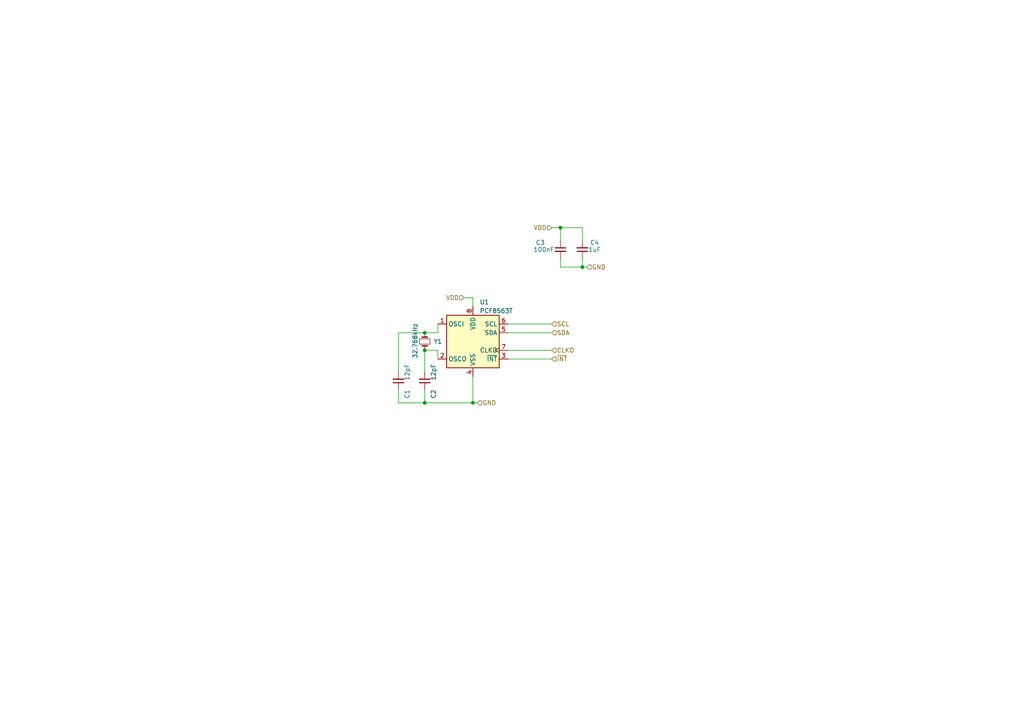
<source format=kicad_sch>
(kicad_sch (version 20231120) (generator "eeschema") (generator_version "8.0")
  (paper "A4")
  (lib_symbols
    (symbol "Device:C_Small" (pin_numbers hide) (pin_names (offset 0.254) hide)
      (property "Reference" "C" (at 0.254 1.778 0))
      (property "Value" "C_Small" (at 0.254 -2.032 0))
      (symbol "C_Small_0_1"
        (polyline (pts (xy -1.524 -0.508) (xy 1.524 -0.508)) (stroke (width 0.3302)))
        (polyline (pts (xy -1.524 0.508) (xy 1.524 0.508)) (stroke (width 0.3048)))
      )
      (symbol "C_Small_1_1"
        (pin passive line (at 0 2.54 270) (length 2.032) (name "~") (number "1"))
        (pin passive line (at 0 -2.54 90) (length 2.032) (name "~") (number "2"))
      )
    )
    (symbol "Device:Crystal_Small" (pin_numbers hide) (pin_names (offset 1.016) hide)
      (property "Reference" "Y" (at 0 2.54 0))
      (property "Value" "Crystal_Small" (at 0 -2.54 0))
      (symbol "Crystal_Small_0_1"
        (rectangle (start -0.762 -1.524) (end 0.762 1.524))
        (polyline (pts (xy -1.27 -0.762) (xy -1.27 0.762)) (stroke (width 0.381)))
        (polyline (pts (xy 1.27 -0.762) (xy 1.27 0.762)) (stroke (width 0.381)))
      )
      (symbol "Crystal_Small_1_1"
        (pin passive line (at -2.54 0 0) (length 1.27) (name "1") (number "1"))
        (pin passive line (at 2.54 0 180) (length 1.27) (name "2") (number "2"))
      )
    )
    (symbol "Timer_RTC:PCF8563T"
      (property "Reference" "U" (at -7.62 8.89 0))
      (property "Value" "PCF8563T" (at 2.54 8.89 0))
      (symbol "PCF8563T_0_1"
        (rectangle (start -7.62 7.62) (end 7.62 -7.62) (stroke (width 0.254)) (fill (type background)))
      )
      (symbol "PCF8563T_1_1"
        (pin input line (at -10.16 5.08 0) (length 2.54) (name "OSCI") (number "1"))
        (pin output line (at -10.16 -5.08 0) (length 2.54) (name "OSCO") (number "2"))
        (pin output line (at 10.16 -5.08 180) (length 2.54) (name "~{INT}") (number "3"))
        (pin power_in line (at 0 -10.16 90) (length 2.54) (name "VSS") (number "4"))
        (pin bidirectional line (at 10.16 2.54 180) (length 2.54) (name "SDA") (number "5"))
        (pin input line (at 10.16 5.08 180) (length 2.54) (name "SCL") (number "6"))
        (pin output clock (at 10.16 -2.54 180) (length 2.54) (name "CLKO") (number "7"))
        (pin power_in line (at 0 10.16 270) (length 2.54) (name "VDD") (number "8"))
      )
    )
  )
  (junction (at 137.16 116.84))
  (junction (at 168.91 77.47))
  (junction (at 162.56 66.04))
  (junction (at 123.19 116.84))
  (junction (at 123.19 96.52))
  (junction (at 123.19 101.6))
  (wire (pts (xy 162.56 77.47) (xy 168.91 77.47)))
  (wire (pts (xy 123.19 101.6) (xy 123.19 107.95)))
  (wire (pts (xy 170.18 77.47) (xy 168.91 77.47)))
  (wire (pts (xy 162.56 66.04) (xy 162.56 69.85)))
  (wire (pts (xy 162.56 66.04) (xy 168.91 66.04)))
  (wire (pts (xy 123.19 113.03) (xy 123.19 116.84)))
  (wire (pts (xy 127 96.52) (xy 123.19 96.52)))
  (wire (pts (xy 134.62 86.36) (xy 137.16 86.36)))
  (wire (pts (xy 147.32 96.52) (xy 160.02 96.52)))
  (wire (pts (xy 137.16 116.84) (xy 137.16 109.22)))
  (wire (pts (xy 147.32 93.98) (xy 160.02 93.98)))
  (wire (pts (xy 115.57 96.52) (xy 115.57 107.95)))
  (wire (pts (xy 127 101.6) (xy 127 104.14)))
  (wire (pts (xy 160.02 104.14) (xy 147.32 104.14)))
  (wire (pts (xy 127 93.98) (xy 127 96.52)))
  (wire (pts (xy 138.43 116.84) (xy 137.16 116.84)))
  (wire (pts (xy 123.19 116.84) (xy 115.57 116.84)))
  (wire (pts (xy 137.16 116.84) (xy 123.19 116.84)))
  (wire (pts (xy 115.57 113.03) (xy 115.57 116.84)))
  (wire (pts (xy 147.32 101.6) (xy 160.02 101.6)))
  (wire (pts (xy 168.91 66.04) (xy 168.91 69.85)))
  (wire (pts (xy 160.02 66.04) (xy 162.56 66.04)))
  (wire (pts (xy 162.56 77.47) (xy 162.56 74.93)))
  (wire (pts (xy 127 101.6) (xy 123.19 101.6)))
  (wire (pts (xy 137.16 86.36) (xy 137.16 88.9)))
  (wire (pts (xy 168.91 77.47) (xy 168.91 74.93)))
  (wire (pts (xy 115.57 96.52) (xy 123.19 96.52)))
  (hierarchical_label "SDA" (shape input) (at 160.02 96.52 0))
  (hierarchical_label "CLKO" (shape input) (at 160.02 101.6 0))
  (hierarchical_label "VDD" (shape input) (at 160.02 66.04 180))
  (hierarchical_label "GND" (shape input) (at 170.18 77.47 0))
  (hierarchical_label "SCL" (shape input) (at 160.02 93.98 0))
  (hierarchical_label "GND" (shape input) (at 138.43 116.84 0))
  (hierarchical_label "VDD" (shape input) (at 134.62 86.36 180))
  (hierarchical_label "~{INT}" (shape input) (at 160.02 104.14 0))
  (symbol (lib_id "Device:C_Small") (at 123.19 110.49 0) (mirror x) (unit 1)
    (property "Reference" "C2" (at 125.73 114.3 90))
    (property "Value" "12pF" (at 125.73 107.95 90))
    (property "Footprint" "Capacitor_SMD:C_0402_1005Metric" (effects (hide yes)))
    (property "lcsc" "C1547" (effects (hide yes)))
  )
  (symbol (lib_id "Timer_RTC:PCF8563T") (at 137.16 99.06 0) (unit 1)
    (property "Reference" "U1" (at 139.1159 87.63 0) (effects (justify left)))
    (property "Value" "PCF8563T" (at 139.1159 90.17 0) (effects (justify left)))
    (property "Footprint" "Package_SO:SOIC-8_3.9x4.9mm_P1.27mm" (effects (hide yes)))
    (property "Datasheet" "https://www.nxp.com/docs/en/data-sheet/PCF8563.pdf" (effects (hide yes)))
    (property "lcsc" "C7440" (effects (hide yes)))
    (property "MFR" "PCF8563T/5,518" (effects (hide yes)))
  )
  (symbol (lib_id "Device:Crystal_Small") (at 123.19 99.06 270) (mirror x) (unit 1)
    (property "Reference" "Y1" (at 128.27 99.06 90) (effects (justify right)))
    (property "Value" "32.768kHz" (at 120.396 93.726 0) (effects (justify right)))
    (property "Footprint" "Crystal:Crystal_SMD_3215-2Pin_3.2x1.5mm" (effects (hide yes)))
    (property "lcsc" "C841881" (effects (hide yes)))
    (property "MFR" "Q13FC13500005" (effects (hide yes)))
  )
  (symbol (lib_id "Device:C_Small") (at 115.57 110.49 0) (mirror x) (unit 1)
    (property "Reference" "C1" (at 118.11 114.3 90))
    (property "Value" "12pF" (at 118.11 107.95 90))
    (property "Footprint" "Capacitor_SMD:C_0402_1005Metric" (effects (hide yes)))
    (property "lcsc" "C1547" (effects (hide yes)))
  )
  (symbol (lib_id "Device:C_Small") (at 168.91 72.39 0) (mirror x) (unit 1)
    (property "Reference" "C4" (at 172.466 70.358 0))
    (property "Value" "1uF" (at 172.466 72.39 0))
    (property "Footprint" "Capacitor_SMD:C_0402_1005Metric" (effects (hide yes)))
    (property "lcsc" "C52923" (effects (hide yes)))
  )
  (symbol (lib_id "Device:C_Small") (at 162.56 72.39 0) (unit 1)
    (property "Reference" "C3" (at 156.718 70.358 0))
    (property "Value" "100nF" (at 157.734 72.39 0))
    (property "Footprint" "Capacitor_SMD:C_0402_1005Metric" (effects (hide yes)))
    (property "lcsc" "C1525" (effects (hide yes)))
  )
)
</source>
